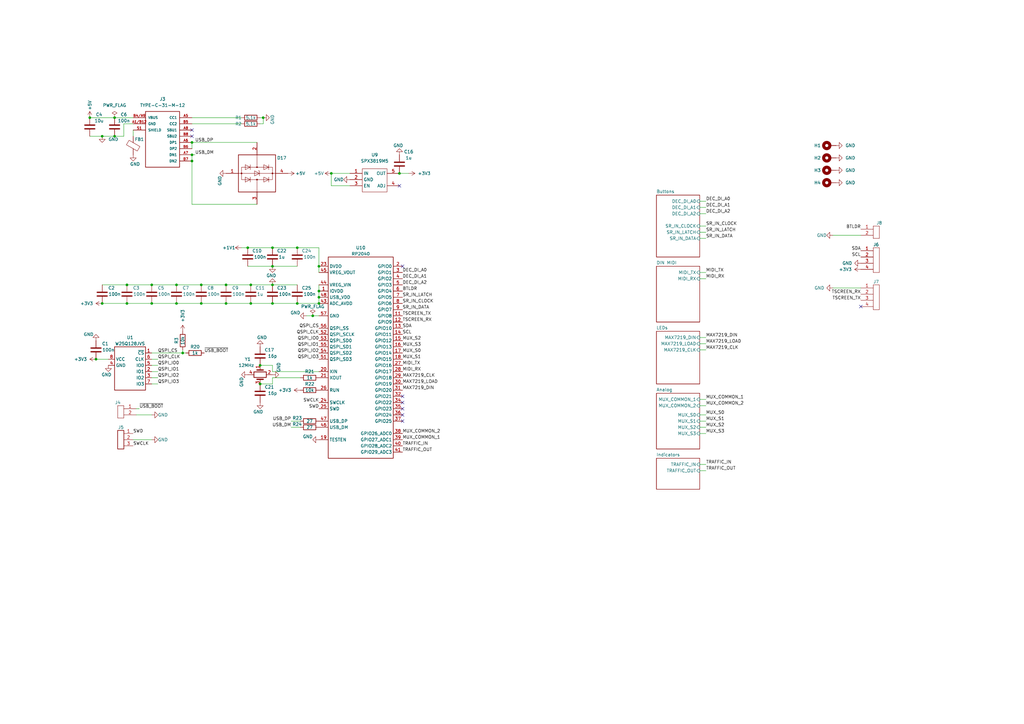
<source format=kicad_sch>
(kicad_sch (version 20211123) (generator eeschema)
  (paper "A3")
  (title_block (title "OpenDeck v2"))
  (lib_symbols
    (symbol "Connector_Generic:Conn_01x02" (pin_names (offset 1.016) hide)
      (property "Reference" "J?" (at 2.54 0.0001 0))
      (property "Value" "Conn_01x02" (at 2.54 -2.5399 0))
      (symbol "Conn_01x02_1_1"
        (rectangle (start -1.27 1.27) (end 1.27 -3.81))
        (pin passive line (at -6.35 0 0) (length 5.08) (name "Pin_1") (number "1"))
        (pin passive line (at -6.35 -2.54 0) (length 5.08) (name "Pin_2") (number "2"))
      )
    )
    (symbol "Connector_Generic:Conn_01x03" (pin_names (offset 1.016) hide)
      (property "Reference" "J?" (at 2.54 1.2701 0))
      (property "Value" "Conn_01x03" (at 2.54 -1.2699 0))
      (symbol "Conn_01x03_1_1"
        (rectangle (start -1.27 3.81) (end 1.27 -3.81) (stroke (width 0.254)))
        (pin passive line (at -5.08 2.54 0) (length 3.81) (name "Pin_1") (number "1"))
        (pin passive line (at -5.08 0 0) (length 3.81) (name "Pin_2") (number "2"))
        (pin passive line (at -5.08 -2.54 0) (length 3.81) (name "Pin_3") (number "3"))
      )
    )
    (symbol "Connector_Generic:Conn_01x04" (pin_names (offset 1.016) hide)
      (property "Reference" "J3" (at 0 11.43 0))
      (symbol "Conn_01x04_1_1"
        (rectangle (start 0 10.16) (end 2.54 0))
        (pin passive line (at -5.08 8.89 0) (length 5.08) (name "Pin_1") (number "1"))
        (pin passive line (at -5.08 6.35 0) (length 5.08) (name "Pin_2") (number "2"))
        (pin passive line (at -5.08 3.81 0) (length 5.08) (name "Pin_3") (number "3"))
        (pin passive line (at -5.08 1.27 0) (length 5.08) (name "Pin_4") (number "4"))
      )
    )
    (symbol "Device:C" (pin_numbers hide) (pin_names (offset 0.254))
      (property "Reference" "C" (at 0.635 2.54 0))
      (property "Value" "C" (at 0.635 -2.54 0))
      (symbol "C_0_1"
        (polyline (pts (xy -2.032 -0.762) (xy 2.032 -0.762)) (stroke (width 0.508)))
        (polyline (pts (xy -2.032 0.762) (xy 2.032 0.762)) (stroke (width 0.508)))
      )
      (symbol "C_1_1"
        (pin passive line (at 0 3.81 270) (length 2.794) (name "~") (number "1"))
        (pin passive line (at 0 -3.81 90) (length 2.794) (name "~") (number "2"))
      )
    )
    (symbol "Device:FerriteBead" (pin_numbers hide) (pin_names (offset 0))
      (property "Reference" "FB" (at -3.81 0.635 90))
      (property "Value" "FerriteBead" (at 3.81 0 90))
      (symbol "FerriteBead_0_1"
        (polyline (pts (xy 0 -1.27) (xy 0 -1.2192)))
        (polyline (pts (xy 0 1.27) (xy 0 1.2954)))
        (polyline (pts (xy -2.7686 0.4064) (xy -1.7018 2.2606) (xy 2.7686 -0.3048) (xy 1.6764 -2.159) (xy -2.7686 0.4064)))
      )
      (symbol "FerriteBead_1_1"
        (pin passive line (at 0 3.81 270) (length 2.54) (name "~") (number "1"))
        (pin passive line (at 0 -3.81 90) (length 2.54) (name "~") (number "2"))
      )
    )
    (symbol "Device:R" (pin_numbers hide) (pin_names (offset 0))
      (property "Reference" "R" (at 2.032 0 90))
      (property "Value" "R" (at 0 0 90))
      (symbol "R_0_1"
        (rectangle (start -1.016 -2.54) (end 1.016 2.54) (stroke (width 0.254)))
      )
      (symbol "R_1_1"
        (pin passive line (at 0 3.81 270) (length 1.27) (name "~") (number "1"))
        (pin passive line (at 0 -3.81 90) (length 1.27) (name "~") (number "2"))
      )
    )
    (symbol "Igor:12MHz" (pin_names hide)
      (property "Reference" "Y1" (at -6.35 0 0))
      (property "Value" "12MHz" (at 1.27 3.81 0))
      (symbol "12MHz_0_1"
        (rectangle (start -1.143 2.54) (end 1.143 -2.54) (stroke (width 0.3048)))
        (polyline (pts (xy -2.54 0) (xy -1.905 0)))
        (polyline (pts (xy -1.905 -1.27) (xy -1.905 1.27)) (stroke (width 0.508)))
        (polyline (pts (xy 1.905 -1.27) (xy 1.905 1.27)) (stroke (width 0.508)))
        (polyline (pts (xy 2.54 0) (xy 1.905 0)))
      )
      (symbol "12MHz_1_1"
        (pin passive line (at -3.81 0 0) (length 1.27) (name "1") (number "1"))
        (pin passive line (at 0 5.08 270) (length 2.54) (name "2") (number "2"))
        (pin passive line (at 3.81 0 180) (length 1.27) (name "3") (number "3"))
        (pin passive line (at 0 -5.08 90) (length 2.54) (name "4") (number "4"))
      )
    )
    (symbol "Igor:RP2040"
      (property "Reference" "U?" (at 12.7 86.36 0))
      (property "Value" "RP2040" (at 12.7 83.82 0))
      (symbol "RP2040_0_1"
        (rectangle (start 0 82.55) (end 26.67 0) (stroke (width 0.254)))
      )
      (symbol "RP2040_1_1"
        (pin power_in line (at -3.81 68.58 0) (length 3.81) (name "IOVDD") (number "1"))
        (pin passive line (at -3.81 68.58 0) (length 3.81) hide (name "IOVDD") (number "10"))
        (pin bidirectional line (at 30.48 58.42 180) (length 3.81) (name "GPIO8") (number "11"))
        (pin bidirectional line (at 30.48 55.88 180) (length 3.81) (name "GPIO9") (number "12"))
        (pin bidirectional line (at 30.48 53.34 180) (length 3.81) (name "GPIO10") (number "13"))
        (pin bidirectional line (at 30.48 50.8 180) (length 3.81) (name "GPIO11") (number "14"))
        (pin bidirectional line (at 30.48 48.26 180) (length 3.81) (name "GPIO12") (number "15"))
        (pin bidirectional line (at 30.48 45.72 180) (length 3.81) (name "GPIO13") (number "16"))
        (pin bidirectional line (at 30.48 43.18 180) (length 3.81) (name "GPIO14") (number "17"))
        (pin bidirectional line (at 30.48 40.64 180) (length 3.81) (name "GPIO15") (number "18"))
        (pin input line (at -3.81 7.62 0) (length 3.81) (name "TESTEN") (number "19"))
        (pin bidirectional line (at 30.48 78.74 180) (length 3.81) (name "GPIO0") (number "2"))
        (pin input line (at -3.81 35.56 0) (length 3.81) (name "XIN") (number "20"))
        (pin passive line (at -3.81 33.02 0) (length 3.81) (name "XOUT") (number "21"))
        (pin passive line (at -3.81 68.58 0) (length 3.81) hide (name "IOVDD") (number "22"))
        (pin power_in line (at -3.81 78.74 0) (length 3.81) (name "DVDD") (number "23"))
        (pin output line (at -3.81 22.86 0) (length 3.81) (name "SWCLK") (number "24"))
        (pin bidirectional line (at -3.81 20.32 0) (length 3.81) (name "SWD") (number "25"))
        (pin input line (at -3.81 27.94 0) (length 3.81) (name "RUN") (number "26"))
        (pin bidirectional line (at 30.48 38.1 180) (length 3.81) (name "GPIO16") (number "27"))
        (pin bidirectional line (at 30.48 35.56 180) (length 3.81) (name "GPIO17") (number "28"))
        (pin bidirectional line (at 30.48 33.02 180) (length 3.81) (name "GPIO18") (number "29"))
        (pin bidirectional line (at 30.48 76.2 180) (length 3.81) (name "GPIO1") (number "3"))
        (pin bidirectional line (at 30.48 30.48 180) (length 3.81) (name "GPIO19") (number "30"))
        (pin bidirectional line (at 30.48 27.94 180) (length 3.81) (name "GPIO20") (number "31"))
        (pin bidirectional line (at 30.48 25.4 180) (length 3.81) (name "GPIO21") (number "32"))
        (pin passive line (at -3.81 68.58 0) (length 3.81) hide (name "IOVDD") (number "33"))
        (pin bidirectional line (at 30.48 22.86 180) (length 3.81) (name "GPIO22") (number "34"))
        (pin bidirectional line (at 30.48 20.32 180) (length 3.81) (name "GPIO23") (number "35"))
        (pin bidirectional line (at 30.48 17.78 180) (length 3.81) (name "GPIO24") (number "36"))
        (pin bidirectional line (at 30.48 15.24 180) (length 3.81) (name "GPIO25") (number "37"))
        (pin bidirectional line (at 30.48 10.16 180) (length 3.81) (name "GPIO26_ADC0") (number "38"))
        (pin bidirectional line (at 30.48 7.62 180) (length 3.81) (name "GPIO27_ADC1") (number "39"))
        (pin bidirectional line (at 30.48 73.66 180) (length 3.81) (name "GPIO2") (number "4"))
        (pin bidirectional line (at 30.48 5.08 180) (length 3.81) (name "GPIO28_ADC2") (number "40"))
        (pin bidirectional line (at 30.48 2.54 180) (length 3.81) (name "GPIO29_ADC3") (number "41"))
        (pin passive line (at -3.81 68.58 0) (length 3.81) hide (name "IOVDD") (number "42"))
        (pin power_in line (at -3.81 63.5 0) (length 3.81) (name "ADC_AVDD") (number "43"))
        (pin power_in line (at -3.81 71.12 0) (length 3.81) (name "VREG_VIN") (number "44"))
        (pin power_out line (at -3.81 76.2 0) (length 3.81) (name "VREG_VOUT") (number "45"))
        (pin bidirectional line (at -3.81 12.7 0) (length 3.81) (name "USB_DM") (number "46"))
        (pin bidirectional line (at -3.81 15.24 0) (length 3.81) (name "USB_DP") (number "47"))
        (pin power_in line (at -3.81 66.04 0) (length 3.81) (name "USB_VDD") (number "48"))
        (pin passive line (at -3.81 68.58 0) (length 3.81) hide (name "IOVDD") (number "49"))
        (pin bidirectional line (at 30.48 71.12 180) (length 3.81) (name "GPIO3") (number "5"))
        (pin passive line (at -3.81 78.74 0) (length 3.81) hide (name "DVDD") (number "50"))
        (pin bidirectional line (at -3.81 40.64 0) (length 3.81) (name "QSPI_SD3") (number "51"))
        (pin output line (at -3.81 50.8 0) (length 3.81) (name "QSPI_SCLK") (number "52"))
        (pin bidirectional line (at -3.81 48.26 0) (length 3.81) (name "QSPI_SD0") (number "53"))
        (pin bidirectional line (at -3.81 43.18 0) (length 3.81) (name "QSPI_SD2") (number "54"))
        (pin bidirectional line (at -3.81 45.72 0) (length 3.81) (name "QSPI_SD1") (number "55"))
        (pin bidirectional line (at -3.81 53.34 0) (length 3.81) (name "QSPI_SS") (number "56"))
        (pin power_in line (at -3.81 58.42 0) (length 3.81) (name "GND") (number "57"))
        (pin bidirectional line (at 30.48 68.58 180) (length 3.81) (name "GPIO4") (number "6"))
        (pin bidirectional line (at 30.48 66.04 180) (length 3.81) (name "GPIO5") (number "7"))
        (pin bidirectional line (at 30.48 63.5 180) (length 3.81) (name "GPIO6") (number "8"))
        (pin bidirectional line (at 30.48 60.96 180) (length 3.81) (name "GPIO7") (number "9"))
      )
    )
    (symbol "Igor:SPX3819M5"
      (property "Reference" "U?" (at 5.08 13.97 0))
      (property "Value" "SPX3819M5" (at 5.08 11.43 0))
      (symbol "SPX3819M5_0_1"
        (rectangle (start 0 9.525) (end 10.16 0))
      )
      (symbol "SPX3819M5_1_1"
        (pin power_in line (at -5.08 7.62 0) (length 5.08) (name "IN") (number "1"))
        (pin power_in line (at -5.08 5.08 0) (length 5.08) (name "GND") (number "2"))
        (pin input line (at -5.08 2.54 0) (length 5.08) (name "EN") (number "3"))
        (pin input line (at 15.24 2.54 180) (length 5.08) (name "ADJ") (number "4"))
        (pin power_out line (at 15.24 7.62 180) (length 5.08) (name "OUT") (number "5"))
      )
    )
    (symbol "Igor:TYPE-C-31-M-12" (pin_names (offset 1.016))
      (property "Reference" "J" (at 6.35 25.4 0))
      (property "Value" "TYPE-C-31-M-12" (at -1.27 22.86 0))
      (symbol "TYPE-C-31-M-12_0_0"
        (rectangle (start 0 22.86) (end 13.97 0) (stroke (width 0.254)))
        (pin power_in line (at -5.08 17.78 0) (length 5.08) (name "GND") (number "A1/B12"))
        (pin power_in line (at -5.08 20.32 0) (length 5.08) hide (name "VBUS") (number "A4/B9"))
        (pin bidirectional line (at 19.05 20.32 180) (length 5.08) (name "CC1") (number "A5"))
        (pin bidirectional line (at 19.05 10.16 180) (length 5.08) (name "DP1") (number "A6"))
        (pin bidirectional line (at 19.05 5.08 180) (length 5.08) (name "DN1") (number "A7"))
        (pin bidirectional line (at 19.05 15.24 180) (length 5.08) (name "SBU1") (number "A8"))
        (pin power_in line (at -5.08 17.78 0) (length 5.08) hide (name "GND") (number "B1/A12"))
        (pin power_in line (at -5.08 20.32 0) (length 5.08) (name "VBUS") (number "B4/A9"))
        (pin bidirectional line (at 19.05 17.78 180) (length 5.08) (name "CC2") (number "B5"))
        (pin bidirectional line (at 19.05 7.62 180) (length 5.08) (name "DP2") (number "B6"))
        (pin bidirectional line (at 19.05 2.54 180) (length 5.08) (name "DN2") (number "B7"))
        (pin bidirectional line (at 19.05 12.7 180) (length 5.08) (name "SBU2") (number "B8"))
        (pin passive line (at -5.08 15.24 0) (length 5.08) (name "SHIELD") (number "S1"))
        (pin passive line (at -5.08 15.24 0) (length 5.08) hide (name "SHIELD") (number "S2"))
        (pin passive line (at -5.08 15.24 0) (length 5.08) hide (name "SHIELD") (number "S3"))
        (pin passive line (at -5.08 15.24 0) (length 5.08) hide (name "SHIELD") (number "S4"))
      )
    )
    (symbol "Igor:W25Q128JVS"
      (property "Reference" "U?" (at 6.35 21.59 0))
      (property "Value" "W25Q128JVS" (at 6.35 19.05 0))
      (symbol "W25Q128JVS_0_1"
        (rectangle (start 0 17.78) (end 12.7 0) (stroke (width 0.254)))
      )
      (symbol "W25Q128JVS_1_1"
        (pin input line (at 15.24 15.24 180) (length 2.54) (name "~{CS}") (number "1"))
        (pin bidirectional line (at 15.24 7.62 180) (length 2.54) (name "IO1") (number "2"))
        (pin bidirectional line (at 15.24 5.08 180) (length 2.54) (name "IO2") (number "3"))
        (pin power_in line (at -2.54 10.16 0) (length 2.54) (name "GND") (number "4"))
        (pin bidirectional line (at 15.24 10.16 180) (length 2.54) (name "IO0") (number "5"))
        (pin input line (at 15.24 12.7 180) (length 2.54) (name "CLK") (number "6"))
        (pin bidirectional line (at 15.24 2.54 180) (length 2.54) (name "IO3") (number "7"))
        (pin power_in line (at -2.54 12.7 0) (length 2.54) (name "VCC") (number "8"))
      )
    )
    (symbol "Mechanical:MountingHole_Pad" (pin_numbers hide) (pin_names (offset 1.016) hide)
      (property "Reference" "H" (at 0 6.35 0))
      (property "Value" "MountingHole_Pad" (at 0 4.445 0))
      (symbol "MountingHole_Pad_0_1"
        (circle (center 0 1.27) (radius 1.27) (stroke (width 1.27)))
      )
      (symbol "MountingHole_Pad_1_1"
        (pin input line (at 0 -2.54 90) (length 2.54) (name "1") (number "1"))
      )
    )
    (symbol "Power_Protection:PRTR5V0U2X" (pin_names (offset 0) hide)
      (property "Reference" "D?" (at -6.35 10.16 90))
      (symbol "PRTR5V0U2X_0_1"
        (rectangle (start -7.62 -7.62) (end 7.62 7.62) (stroke (width 0.254)))
        (circle (center -2.54 0) (radius 0.254) (fill (type outline)))
        (rectangle (start -2.54 6.35) (end 2.54 -6.35))
        (circle (center 0 -6.35) (radius 0.254) (fill (type outline)))
        (polyline (pts (xy -2.54 0) (xy -7.62 0)))
        (polyline (pts (xy -1.524 -2.794) (xy -3.556 -2.794)))
        (polyline (pts (xy -1.524 4.826) (xy -3.556 4.826)))
        (polyline (pts (xy 0 -7.62) (xy 0 7.62)))
        (polyline (pts (xy 1.524 -2.794) (xy 3.556 -2.794)))
        (polyline (pts (xy 1.524 4.826) (xy 3.556 4.826)))
        (polyline (pts (xy 2.54 0) (xy 7.62 0)))
        (polyline (pts (xy 1.016 1.016) (xy -1.016 1.016) (xy -1.016 0.508)))
        (polyline (pts (xy -3.556 -4.826) (xy -1.524 -4.826) (xy -2.54 -2.794) (xy -3.556 -4.826)))
        (polyline (pts (xy -3.556 2.794) (xy -1.524 2.794) (xy -2.54 4.826) (xy -3.556 2.794)))
        (polyline (pts (xy -1.016 -1.016) (xy 1.016 -1.016) (xy 0 1.016) (xy -1.016 -1.016)))
        (polyline (pts (xy 3.556 -4.826) (xy 1.524 -4.826) (xy 2.54 -2.794) (xy 3.556 -4.826)))
        (polyline (pts (xy 3.556 2.794) (xy 1.524 2.794) (xy 2.54 4.826) (xy 3.556 2.794)))
        (circle (center 0 6.35) (radius 0.254) (fill (type outline)))
        (circle (center 2.54 0) (radius 0.254) (fill (type outline)))
      )
      (symbol "PRTR5V0U2X_1_1"
        (pin passive line (at 0 -12.7 90) (length 5.08) (name "GND") (number "1"))
        (pin passive line (at -12.7 0 0) (length 5.08) (name "I/O1") (number "2"))
        (pin passive line (at 12.7 0 180) (length 5.08) (name "I/O2") (number "3"))
        (pin passive line (at 0 12.7 270) (length 5.08) (name "VCC") (number "4"))
      )
    )
    (symbol "power:+1V1" (power) (pin_names (offset 0))
      (property "Value" "+1V1" (at 0 3.556 0))
      (symbol "+1V1_0_1"
        (polyline (pts (xy -0.762 1.27) (xy 0 2.54)))
        (polyline (pts (xy 0 0) (xy 0 2.54)))
        (polyline (pts (xy 0 2.54) (xy 0.762 1.27)))
      )
      (symbol "+1V1_1_1"
        (pin power_in line (at 0 0 90) (length 0) hide (name "+1V1") (number "1"))
      )
    )
    (symbol "power:+3.3V" (power) (pin_names (offset 0))
      (property "Value" "+3.3V" (at 0 3.556 0))
      (symbol "+3.3V_0_1"
        (polyline (pts (xy -0.762 1.27) (xy 0 2.54)))
        (polyline (pts (xy 0 0) (xy 0 2.54)))
        (polyline (pts (xy 0 2.54) (xy 0.762 1.27)))
      )
      (symbol "+3.3V_1_1"
        (pin power_in line (at 0 0 90) (length 0) hide (name "+3V3") (number "1"))
      )
    )
    (symbol "power:+5V" (power) (pin_names (offset 0))
      (property "Value" "+5V" (at 0 3.556 0))
      (symbol "+5V_0_1"
        (polyline (pts (xy -0.762 1.27) (xy 0 2.54)))
        (polyline (pts (xy 0 0) (xy 0 2.54)))
        (polyline (pts (xy 0 2.54) (xy 0.762 1.27)))
      )
      (symbol "+5V_1_1"
        (pin power_in line (at 0 0 90) (length 0) hide (name "+5V") (number "1"))
      )
    )
    (symbol "power:GND" (power) (pin_names (offset 0))
      (property "Value" "GND" (at 0 -3.81 0))
      (symbol "GND_0_1"
        (polyline (pts (xy 0 0) (xy 0 -1.27) (xy 1.27 -1.27) (xy 0 -2.54) (xy -1.27 -1.27) (xy 0 -1.27)))
      )
      (symbol "GND_1_1"
        (pin power_in line (at 0 0 270) (length 0) hide (name "GND") (number "1"))
      )
    )
    (symbol "power:PWR_FLAG" (power) (pin_numbers hide) (pin_names (offset 0) hide)
      (property "Value" "PWR_FLAG" (at 0 3.81 0))
      (symbol "PWR_FLAG_0_0"
        (pin power_out line (at 0 0 90) (length 0) (name "pwr") (number "1"))
      )
      (symbol "PWR_FLAG_0_1"
        (polyline (pts (xy 0 0) (xy 0 1.27) (xy -1.016 1.905) (xy 0 2.54) (xy 1.016 1.905) (xy 0 1.27)))
      )
    )
  )
  (junction (at 46.99 55.88))
  (junction (at 82.55 124.46))
  (junction (at 78.74 58.42))
  (junction (at 41.91 55.88))
  (junction (at 52.07 124.46))
  (junction (at 130.81 109.22))
  (junction (at 163.83 71.12))
  (junction (at 135.89 71.12))
  (junction (at 78.74 66.04))
  (junction (at 72.39 116.84))
  (junction (at 92.71 124.46))
  (junction (at 78.74 63.5))
  (junction (at 111.76 124.46))
  (junction (at 130.81 124.46))
  (junction (at 46.99 48.26))
  (junction (at 111.76 116.84))
  (junction (at 106.68 157.48))
  (junction (at 102.87 116.84))
  (junction (at 111.76 109.22))
  (junction (at 41.91 124.46))
  (junction (at 128.27 129.54))
  (junction (at 62.23 116.84))
  (junction (at 111.76 101.6))
  (junction (at 101.6 101.6))
  (junction (at 130.81 121.92))
  (junction (at 92.71 116.84))
  (junction (at 121.92 101.6))
  (junction (at 106.68 149.86))
  (junction (at 121.92 124.46))
  (junction (at 102.87 124.46))
  (junction (at 39.37 147.32))
  (junction (at 130.81 119.38))
  (junction (at 107.95 48.26))
  (junction (at 74.93 144.78))
  (junction (at 72.39 124.46))
  (junction (at 52.07 116.84))
  (junction (at 36.83 48.26))
  (junction (at 62.23 124.46))
  (junction (at 82.55 116.84))
  (no_connect (at 165.1 170.18))
  (no_connect (at 165.1 162.56))
  (no_connect (at 78.74 53.34))
  (no_connect (at 165.1 167.64))
  (no_connect (at 165.1 172.72))
  (no_connect (at 165.1 109.22))
  (no_connect (at 165.1 165.1))
  (no_connect (at 163.83 76.2))
  (no_connect (at 353.06 125.73))
  (no_connect (at 78.74 55.88))
  (wire (pts (xy 111.76 124.46) (xy 121.92 124.46)))
  (wire (pts (xy 102.87 116.84) (xy 111.76 116.84)))
  (wire (pts (xy 111.76 149.86) (xy 106.68 149.86)))
  (wire (pts (xy 287.02 85.09) (xy 289.56 85.09)))
  (wire (pts (xy 74.93 143.51) (xy 74.93 144.78)))
  (wire (pts (xy 72.39 116.84) (xy 82.55 116.84)))
  (wire (pts (xy 62.23 149.86) (xy 64.77 149.86)))
  (wire (pts (xy 74.93 144.78) (xy 76.2 144.78)))
  (wire (pts (xy 130.81 119.38) (xy 130.81 121.92)))
  (wire (pts (xy 36.83 55.88) (xy 41.91 55.88)))
  (wire (pts (xy 62.23 152.4) (xy 64.77 152.4)))
  (wire (pts (xy 36.83 48.26) (xy 46.99 48.26)))
  (wire (pts (xy 130.81 116.84) (xy 130.81 119.38)))
  (wire (pts (xy 119.38 175.26) (xy 123.19 175.26)))
  (wire (pts (xy 121.92 101.6) (xy 130.81 101.6)))
  (wire (pts (xy 62.23 147.32) (xy 64.77 147.32)))
  (wire (pts (xy 287.02 170.18) (xy 289.56 170.18)))
  (wire (pts (xy 130.81 152.4) (xy 111.76 152.4)))
  (wire (pts (xy 78.74 58.42) (xy 78.74 60.96)))
  (wire (pts (xy 111.76 101.6) (xy 121.92 101.6)))
  (wire (pts (xy 50.8 50.8) (xy 50.8 55.88)))
  (wire (pts (xy 62.23 116.84) (xy 72.39 116.84)))
  (wire (pts (xy 52.07 116.84) (xy 62.23 116.84)))
  (wire (pts (xy 341.63 118.11) (xy 353.06 118.11)))
  (wire (pts (xy 287.02 97.79) (xy 289.56 97.79)))
  (wire (pts (xy 121.92 124.46) (xy 130.81 124.46)))
  (wire (pts (xy 99.06 101.6) (xy 101.6 101.6)))
  (wire (pts (xy 130.81 121.92) (xy 130.81 124.46)))
  (wire (pts (xy 62.23 144.78) (xy 74.93 144.78)))
  (wire (pts (xy 111.76 154.94) (xy 111.76 157.48)))
  (wire (pts (xy 287.02 138.43) (xy 289.56 138.43)))
  (wire (pts (xy 287.02 95.25) (xy 289.56 95.25)))
  (wire (pts (xy 111.76 109.22) (xy 121.92 109.22)))
  (wire (pts (xy 62.23 154.94) (xy 64.77 154.94)))
  (wire (pts (xy 119.38 172.72) (xy 123.19 172.72)))
  (wire (pts (xy 287.02 175.26) (xy 289.56 175.26)))
  (wire (pts (xy 102.87 124.46) (xy 111.76 124.46)))
  (wire (pts (xy 125.73 129.54) (xy 128.27 129.54)))
  (wire (pts (xy 39.37 147.32) (xy 44.45 147.32)))
  (wire (pts (xy 163.83 71.12) (xy 167.64 71.12)))
  (wire (pts (xy 106.68 50.8) (xy 107.95 50.8)))
  (wire (pts (xy 62.23 157.48) (xy 64.77 157.48)))
  (wire (pts (xy 62.23 180.34) (xy 54.61 180.34)))
  (wire (pts (xy 287.02 143.51) (xy 289.56 143.51)))
  (wire (pts (xy 287.02 193.04) (xy 289.56 193.04)))
  (wire (pts (xy 62.23 170.18) (xy 55.88 170.18)))
  (wire (pts (xy 46.99 48.26) (xy 54.61 48.26)))
  (wire (pts (xy 287.02 111.76) (xy 289.56 111.76)))
  (wire (pts (xy 50.8 55.88) (xy 46.99 55.88)))
  (wire (pts (xy 111.76 152.4) (xy 111.76 149.86)))
  (wire (pts (xy 135.89 71.12) (xy 143.51 71.12)))
  (wire (pts (xy 82.55 124.46) (xy 92.71 124.46)))
  (wire (pts (xy 107.95 50.8) (xy 107.95 48.26)))
  (wire (pts (xy 130.81 109.22) (xy 130.81 101.6)))
  (wire (pts (xy 287.02 177.8) (xy 289.56 177.8)))
  (wire (pts (xy 78.74 58.42) (xy 105.41 58.42)))
  (wire (pts (xy 52.07 124.46) (xy 62.23 124.46)))
  (wire (pts (xy 78.74 63.5) (xy 78.74 66.04)))
  (wire (pts (xy 287.02 190.5) (xy 289.56 190.5)))
  (wire (pts (xy 135.89 76.2) (xy 135.89 71.12)))
  (wire (pts (xy 55.88 167.64) (xy 57.15 167.64)))
  (wire (pts (xy 287.02 114.3) (xy 289.56 114.3)))
  (wire (pts (xy 54.61 50.8) (xy 50.8 50.8)))
  (wire (pts (xy 105.41 83.82) (xy 78.74 83.82)))
  (wire (pts (xy 78.74 48.26) (xy 99.06 48.26)))
  (wire (pts (xy 78.74 50.8) (xy 99.06 50.8)))
  (wire (pts (xy 78.74 63.5) (xy 80.01 63.5)))
  (wire (pts (xy 341.63 96.52) (xy 353.06 96.52)))
  (wire (pts (xy 41.91 124.46) (xy 52.07 124.46)))
  (wire (pts (xy 92.71 116.84) (xy 102.87 116.84)))
  (wire (pts (xy 41.91 116.84) (xy 52.07 116.84)))
  (wire (pts (xy 82.55 116.84) (xy 92.71 116.84)))
  (wire (pts (xy 41.91 55.88) (xy 46.99 55.88)))
  (wire (pts (xy 101.6 109.22) (xy 111.76 109.22)))
  (wire (pts (xy 72.39 124.46) (xy 82.55 124.46)))
  (wire (pts (xy 143.51 76.2) (xy 135.89 76.2)))
  (wire (pts (xy 62.23 124.46) (xy 72.39 124.46)))
  (wire (pts (xy 54.61 53.34) (xy 54.61 55.88)))
  (wire (pts (xy 287.02 140.97) (xy 289.56 140.97)))
  (wire (pts (xy 92.71 124.46) (xy 102.87 124.46)))
  (wire (pts (xy 101.6 101.6) (xy 111.76 101.6)))
  (wire (pts (xy 78.74 83.82) (xy 78.74 66.04)))
  (wire (pts (xy 106.68 157.48) (xy 111.76 157.48)))
  (wire (pts (xy 287.02 82.55) (xy 289.56 82.55)))
  (wire (pts (xy 287.02 87.63) (xy 289.56 87.63)))
  (wire (pts (xy 111.76 154.94) (xy 123.19 154.94)))
  (wire (pts (xy 287.02 163.83) (xy 289.56 163.83)))
  (wire (pts (xy 287.02 166.37) (xy 289.56 166.37)))
  (wire (pts (xy 130.81 109.22) (xy 130.81 111.76)))
  (wire (pts (xy 107.95 48.26) (xy 106.68 48.26)))
  (wire (pts (xy 287.02 172.72) (xy 289.56 172.72)))
  (wire (pts (xy 287.02 92.71) (xy 289.56 92.71)))
  (wire (pts (xy 128.27 129.54) (xy 130.81 129.54)))
  (wire (pts (xy 111.76 116.84) (xy 121.92 116.84)))
  (label "MIDI_TX" (at 165.1 149.86 0))
  (label "MUX_S3" (at 289.56 177.8 0))
  (label "SR_IN_LATCH" (at 289.56 95.25 0))
  (label "TSCREEN_TX" (at 353.06 123.19 180))
  (label "SR_IN_CLOCK" (at 165.1 124.46 0))
  (label "SWCLK" (at 130.81 165.1 180))
  (label "MUX_S0" (at 165.1 144.78 0))
  (label "MUX_S1" (at 289.56 172.72 0))
  (label "SCL" (at 165.1 137.16 0))
  (label "MUX_S2" (at 289.56 175.26 0))
  (label "QSPI_CS" (at 64.77 144.78 0))
  (label "USB_DM" (at 80.01 63.5 0))
  (label "MUX_COMMON_2" (at 289.56 166.37 0))
  (label "MAX7219_CLK" (at 289.56 143.51 0))
  (label "MUX_COMMON_1" (at 165.1 180.34 0))
  (label "MUX_S0" (at 289.56 170.18 0))
  (label "MIDI_RX" (at 165.1 152.4 0))
  (label "BTLDR" (at 353.06 93.98 180))
  (label "MAX7219_CLK" (at 165.1 154.94 0))
  (label "SDA" (at 353.06 102.87 180))
  (label "SWCLK" (at 54.61 182.88 0))
  (label "QSPI_CLK" (at 64.77 147.32 0))
  (label "TRAFFIC_OUT" (at 165.1 185.42 0))
  (label "SCL" (at 353.06 105.41 180))
  (label "DEC_DI_A0" (at 165.1 111.76 0))
  (label "QSPI_IO3" (at 130.81 147.32 180))
  (label "DEC_DI_A1" (at 165.1 114.3 0))
  (label "QSPI_IO3" (at 64.77 157.48 0))
  (label "QSPI_IO2" (at 130.81 144.78 180))
  (label "MIDI_TX" (at 289.56 111.76 0))
  (label "SWD" (at 54.61 177.8 0))
  (label "DEC_DI_A0" (at 289.56 82.55 0))
  (label "MAX7219_LOAD" (at 165.1 157.48 0))
  (label "SR_IN_DATA" (at 289.56 97.79 0))
  (label "MUX_S2" (at 165.1 139.7 0))
  (label "DEC_DI_A2" (at 289.56 87.63 0))
  (label "TSCREEN_RX" (at 353.06 120.65 180))
  (label "DEC_DI_A2" (at 165.1 116.84 0))
  (label "QSPI_IO0" (at 130.81 139.7 180))
  (label "QSPI_IO1" (at 130.81 142.24 180))
  (label "MAX7219_DIN" (at 165.1 160.02 0))
  (label "TRAFFIC_IN" (at 289.56 190.5 0))
  (label "TSCREEN_TX" (at 165.1 129.54 0))
  (label "SR_IN_CLOCK" (at 289.56 92.71 0))
  (label "MUX_COMMON_1" (at 289.56 163.83 0))
  (label "TSCREEN_RX" (at 165.1 132.08 0))
  (label "TRAFFIC_IN" (at 165.1 182.88 0))
  (label "MUX_S3" (at 165.1 142.24 0))
  (label "MUX_S1" (at 165.1 147.32 0))
  (label "TRAFFIC_OUT" (at 289.56 193.04 0))
  (label "~{USB_BOOT}" (at 83.82 144.78 0))
  (label "MAX7219_LOAD" (at 289.56 140.97 0))
  (label "DEC_DI_A1" (at 289.56 85.09 0))
  (label "MAX7219_DIN" (at 289.56 138.43 0))
  (label "MIDI_RX" (at 289.56 114.3 0))
  (label "USB_DP" (at 119.38 172.72 180))
  (label "SR_IN_LATCH" (at 165.1 121.92 0))
  (label "SDA" (at 165.1 134.62 0))
  (label "MUX_COMMON_2" (at 165.1 177.8 0))
  (label "USB_DP" (at 80.01 58.42 0))
  (label "QSPI_CLK" (at 130.81 137.16 180))
  (label "USB_DM" (at 119.38 175.26 180))
  (label "QSPI_CS" (at 130.81 134.62 180))
  (label "QSPI_IO1" (at 64.77 152.4 0))
  (label "SWD" (at 130.81 167.64 180))
  (label "QSPI_IO0" (at 64.77 149.86 0))
  (label "QSPI_IO2" (at 64.77 154.94 0))
  (label "~{USB_BOOT}" (at 57.15 167.64 0))
  (label "BTLDR" (at 165.1 119.38 0))
  (label "SR_IN_DATA" (at 165.1 127 0))
  (symbol (lib_id "Device:C") (at 62.23 120.65 180) (unit 1)
    (property "Reference" "C5" (at 66.04 118.11 0))
    (property "Value" "100n" (at 67.31 120.65 0))
    (property "Footprint" "Capacitor_SMD:C_0402_1005Metric" (effects hide))
    (property "LCSC" "C1525" (effects hide))
  )
  (symbol (lib_id "Device:R") (at 102.87 48.26 90) (unit 1)
    (property "Reference" "R1" (at 97.79 48.26 90))
    (property "Value" "5.1k" (at 102.87 48.26 90))
    (property "Footprint" "Resistor_SMD:R_0402_1005Metric" (effects hide))
    (property "LCSC" "C25905" (effects hide))
  )
  (symbol (lib_id "power:GND") (at 106.68 142.24 180) (unit 1)
    (property "Reference" "#PWR0147" (effects hide))
    (property "Value" "GND" (at 105.41 138.43 0) (effects (justify right)))
  )
  (symbol (lib_id "Device:R") (at 127 154.94 90) (unit 1)
    (property "Reference" "R21" (at 127 152.4 90))
    (property "Value" "1k" (at 127 154.94 90))
    (property "Footprint" "Resistor_SMD:R_0402_1005Metric" (effects hide))
    (property "LCSC" "C11702" (effects hide))
  )
  (symbol (lib_id "power:PWR_FLAG") (at 46.99 48.26 0) (unit 1)
    (property "Reference" "#FLG0101" (effects hide))
    (property "Value" "PWR_FLAG" (at 46.99 43.18 0))
  )
  (symbol (lib_id "Device:R") (at 74.93 139.7 0) (unit 1)
    (property "Reference" "R3" (at 72.39 139.7 90))
    (property "Value" "10k" (at 74.93 139.7 90))
    (property "Footprint" "Resistor_SMD:R_0402_1005Metric" (effects hide))
    (property "LCSC" "C25744" (effects hide))
  )
  (symbol (lib_id "power:GND") (at 62.23 180.34 90) (unit 1)
    (property "Reference" "#PWR0153" (effects hide))
    (property "Value" "GND" (at 64.77 180.34 90) (effects (justify right)))
  )
  (symbol (lib_id "power:GND") (at 130.81 180.34 270) (unit 1)
    (property "Reference" "#PWR0144" (effects hide))
    (property "Value" "GND" (at 128.27 179.07 90) (effects (justify right)))
  )
  (symbol (lib_id "Power_Protection:PRTR5V0U2X") (at 105.41 71.12 270) (unit 1)
    (property "Reference" "D17" (at 115.57 64.77 90))
    (property "Value" "PRTR5V0U2X" (effects hide))
    (property "Footprint" "Package_TO_SOT_SMD:SOT-143" (effects hide))
    (property "Datasheet" "https://assets.nexperia.com/documents/data-sheet/PRTR5V0U2X.pdf" (effects hide))
    (property "LCSC" "C2827688" (effects hide))
  )
  (symbol (lib_id "Connector_Generic:Conn_01x03") (at 49.53 180.34 0) (mirror y) (unit 1)
    (property "Reference" "J5" (at 50.8 175.26 0) (effects (justify left)))
    (property "Value" "Conn_01x03" (effects hide))
    (property "Footprint" "Connector_PinHeader_2.54mm:PinHeader_1x03_P2.54mm_Vertical" (effects hide))
  )
  (symbol (lib_id "power:GND") (at 107.95 48.26 90) (unit 1)
    (property "Reference" "#PWR0137" (effects hide))
    (property "Value" "GND" (at 111.76 46.99 0) (effects (justify right)))
  )
  (symbol (lib_id "power:+5V") (at 135.89 71.12 90) (mirror x) (unit 1)
    (property "Reference" "#PWR0105" (effects hide))
    (property "Value" "+5V" (at 130.81 71.12 90))
  )
  (symbol (lib_id "Mechanical:MountingHole_Pad") (at 340.36 74.93 90) (unit 1)
    (property "Reference" "H4" (at 335.28 74.93 90))
    (property "Value" "MountingHole_Pad" (effects hide))
    (property "Footprint" "MountingHole:MountingHole_3.2mm_M3_DIN965_Pad" (effects hide))
  )
  (symbol (lib_id "power:GND") (at 101.6 153.67 270) (unit 1)
    (property "Reference" "#PWR0149" (effects hide))
    (property "Value" "GND" (at 99.06 158.75 0) (effects (justify right)))
  )
  (symbol (lib_id "Device:R") (at 127 172.72 90) (unit 1)
    (property "Reference" "R23" (at 121.92 171.45 90))
    (property "Value" "27" (at 127 172.72 90))
    (property "Footprint" "Resistor_SMD:R_0402_1005Metric" (effects hide))
    (property "LCSC" "C25100" (effects hide))
  )
  (symbol (lib_id "power:GND") (at 106.68 165.1 0) (unit 1)
    (property "Reference" "#PWR0148" (effects hide))
    (property "Value" "GND" (at 107.95 168.91 0) (effects (justify right)))
  )
  (symbol (lib_id "power:+1V1") (at 99.06 101.6 90) (unit 1)
    (property "Reference" "#PWR0156" (effects hide))
    (property "Value" "+1V1" (at 96.52 101.5999 90) (effects (justify left)))
  )
  (symbol (lib_id "power:+3.3V") (at 74.93 135.89 0) (unit 1)
    (property "Reference" "#PWR0157" (effects hide))
    (property "Value" "+3.3V" (at 74.93 129.54 90))
  )
  (symbol (lib_id "Device:C") (at 101.6 105.41 180) (unit 1)
    (property "Reference" "C10" (at 105.41 102.87 0))
    (property "Value" "100n" (at 106.68 105.41 0))
    (property "Footprint" "Capacitor_SMD:C_0402_1005Metric" (effects hide))
    (property "LCSC" "C1525" (effects hide))
  )
  (symbol (lib_id "Device:C") (at 36.83 52.07 180) (unit 1)
    (property "Reference" "C4" (at 40.64 46.99 0))
    (property "Value" "10u" (at 40.64 49.53 0))
    (property "Footprint" "Capacitor_SMD:C_0402_1005Metric" (effects hide))
    (property "LCSC" "C15525" (effects hide))
  )
  (symbol (lib_id "power:GND") (at 111.76 153.67 90) (unit 1)
    (property "Reference" "#PWR0145" (effects hide))
    (property "Value" "GND" (at 114.3 148.59 0) (effects (justify right)))
  )
  (symbol (lib_id "power:GND") (at 44.45 149.86 0) (unit 1)
    (property "Reference" "#PWR0155" (effects hide))
    (property "Value" "GND" (at 45.72 153.67 0) (effects (justify right)))
  )
  (symbol (lib_id "Device:R") (at 127 175.26 90) (unit 1)
    (property "Reference" "R24" (at 121.92 173.99 90))
    (property "Value" "27" (at 127 175.26 90))
    (property "Footprint" "Resistor_SMD:R_0402_1005Metric" (effects hide))
    (property "LCSC" "C25100" (effects hide))
  )
  (symbol (lib_id "Mechanical:MountingHole_Pad") (at 340.36 59.69 90) (unit 1)
    (property "Reference" "H1" (at 335.28 59.69 90))
    (property "Value" "MountingHole_Pad" (effects hide))
    (property "Footprint" "MountingHole:MountingHole_3.2mm_M3_DIN965_Pad" (effects hide))
  )
  (symbol (lib_id "power:GND") (at 342.9 64.77 90) (unit 1)
    (property "Reference" "#PWR0103" (effects hide))
    (property "Value" "GND" (at 346.71 64.7699 90) (effects (justify right)))
  )
  (symbol (lib_id "Mechanical:MountingHole_Pad") (at 340.36 64.77 90) (unit 1)
    (property "Reference" "H2" (at 335.28 64.77 90))
    (property "Value" "MountingHole_Pad" (effects hide))
    (property "Footprint" "MountingHole:MountingHole_3.2mm_M3_DIN965_Pad" (effects hide))
  )
  (symbol (lib_id "power:GND") (at 341.63 96.52 270) (mirror x) (unit 1)
    (property "Reference" "#PWR0163" (effects hide))
    (property "Value" "GND" (at 339.09 96.52 90) (effects (justify right)))
  )
  (symbol (lib_id "Connector_Generic:Conn_01x02") (at 359.41 93.98 0) (unit 1)
    (property "Reference" "J8" (at 359.41 91.44 0) (effects (justify left)))
    (property "Value" "Conn_01x02" (effects hide))
    (property "Footprint" "Connector_PinHeader_2.54mm:PinHeader_1x02_P2.54mm_Vertical" (effects hide))
  )
  (symbol (lib_id "power:GND") (at 341.63 118.11 270) (unit 1)
    (property "Reference" "#PWR0160" (effects hide))
    (property "Value" "GND" (at 334.01 118.11 90) (effects (justify left)))
  )
  (symbol (lib_id "power:+3.3V") (at 39.37 147.32 90) (unit 1)
    (property "Reference" "#PWR0141" (effects hide))
    (property "Value" "+3.3V" (at 33.02 147.32 90))
  )
  (symbol (lib_id "Connector_Generic:Conn_01x04") (at 358.14 111.76 0) (unit 1)
    (property "Reference" "J6" (at 358.14 100.33 0) (effects (justify left)))
    (property "Value" "Conn_01x04" (effects hide))
    (property "Footprint" "Connector_PinHeader_2.54mm:PinHeader_1x04_P2.54mm_Vertical" (effects hide))
  )
  (symbol (lib_id "Device:C") (at 111.76 105.41 180) (unit 1)
    (property "Reference" "C22" (at 115.57 102.87 0))
    (property "Value" "1u" (at 115.57 105.41 0))
    (property "Footprint" "Capacitor_SMD:C_0402_1005Metric" (effects hide))
    (property "LCSC" "C52923" (effects hide))
  )
  (symbol (lib_id "power:GND") (at 143.51 73.66 270) (unit 1)
    (property "Reference" "#PWR0133" (effects hide))
    (property "Value" "GND" (at 140.97 73.66 90) (effects (justify right)))
  )
  (symbol (lib_id "power:+3.3V") (at 123.19 160.02 90) (unit 1)
    (property "Reference" "#PWR0146" (effects hide))
    (property "Value" "+3.3V" (at 116.84 160.02 90))
  )
  (symbol (lib_id "Device:R") (at 102.87 50.8 90) (unit 1)
    (property "Reference" "R2" (at 97.79 50.8 90))
    (property "Value" "5.1k" (at 102.87 50.8 90))
    (property "Footprint" "Resistor_SMD:R_0402_1005Metric" (effects hide))
    (property "LCSC" "C25905" (effects hide))
  )
  (symbol (lib_id "Device:C") (at 72.39 120.65 180) (unit 1)
    (property "Reference" "C7" (at 76.2 118.11 0))
    (property "Value" "100n" (at 77.47 120.65 0))
    (property "Footprint" "Capacitor_SMD:C_0402_1005Metric" (effects hide))
    (property "LCSC" "C1525" (effects hide))
  )
  (symbol (lib_id "Device:C") (at 41.91 120.65 180) (unit 1)
    (property "Reference" "C2" (at 45.72 118.11 0))
    (property "Value" "100n" (at 46.99 120.65 0))
    (property "Footprint" "Capacitor_SMD:C_0402_1005Metric" (effects hide))
    (property "LCSC" "C1525" (effects hide))
  )
  (symbol (lib_id "Device:C") (at 39.37 143.51 180) (unit 1)
    (property "Reference" "C1" (at 43.18 140.97 0))
    (property "Value" "100n" (at 44.45 143.51 0))
    (property "Footprint" "Capacitor_SMD:C_0402_1005Metric" (effects hide))
    (property "LCSC" "C1525" (effects hide))
  )
  (symbol (lib_id "power:+5V") (at 118.11 71.12 270) (mirror x) (unit 1)
    (property "Reference" "#PWR0138" (effects hide))
    (property "Value" "+5V" (at 123.19 71.12 90))
  )
  (symbol (lib_id "power:GND") (at 342.9 59.69 90) (unit 1)
    (property "Reference" "#PWR0101" (effects hide))
    (property "Value" "GND" (at 346.71 59.6899 90) (effects (justify right)))
  )
  (symbol (lib_id "power:GND") (at 41.91 55.88 0) (unit 1)
    (property "Reference" "#PWR0136" (effects hide))
    (property "Value" "GND" (at 44.45 57.1499 0) (effects (justify left)))
  )
  (symbol (lib_id "power:GND") (at 125.73 129.54 270) (unit 1)
    (property "Reference" "#PWR0152" (effects hide))
    (property "Value" "GND" (at 123.19 128.27 90) (effects (justify right)))
  )
  (symbol (lib_id "Device:R") (at 80.01 144.78 90) (unit 1)
    (property "Reference" "R20" (at 80.01 142.24 90))
    (property "Value" "1k" (at 80.01 144.78 90))
    (property "Footprint" "Resistor_SMD:R_0402_1005Metric" (effects hide))
    (property "LCSC" "C11702" (effects hide))
  )
  (symbol (lib_id "power:GND") (at 342.9 74.93 90) (unit 1)
    (property "Reference" "#PWR0104" (effects hide))
    (property "Value" "GND" (at 346.71 74.9299 90) (effects (justify right)))
  )
  (symbol (lib_id "power:+3.3V") (at 41.91 124.46 90) (unit 1)
    (property "Reference" "#PWR0142" (effects hide))
    (property "Value" "+3.3V" (at 35.56 124.46 90))
  )
  (symbol (lib_id "Igor:12MHz") (at 106.68 153.67 270) (unit 1)
    (property "Reference" "Y1" (at 100.33 147.32 90) (effects (justify left)))
    (property "Value" "12MHz" (at 97.79 149.86 90) (effects (justify left)))
    (property "Footprint" "Crystal:Crystal_SMD_2520-4Pin_2.5x2.0mm" (effects hide))
    (property "LCSC" "C254355" (effects hide))
  )
  (symbol (lib_id "Igor:W25Q128JVS") (at 46.99 160.02 0) (unit 1)
    (property "Reference" "U1" (at 53.34 138.43 0))
    (property "Value" "W25Q128JVS" (at 53.34 140.97 0))
    (property "Footprint" "Package_SO:SOIC-8_5.23x5.23mm_P1.27mm" (effects hide))
    (property "LCSC" "C97521" (effects hide))
  )
  (symbol (lib_id "Device:C") (at 106.68 161.29 180) (unit 1)
    (property "Reference" "C21" (at 110.49 158.75 0))
    (property "Value" "16p" (at 111.76 161.29 0))
    (property "Footprint" "Capacitor_SMD:C_0402_1005Metric" (effects hide))
    (property "LCSC" "C161307" (effects hide))
  )
  (symbol (lib_id "power:PWR_FLAG") (at 128.27 129.54 0) (unit 1)
    (property "Reference" "#FLG0102" (effects hide))
    (property "Value" "PWR_FLAG" (at 128.27 125.73 0))
  )
  (symbol (lib_id "power:+5V") (at 36.83 48.26 0) (mirror y) (unit 1)
    (property "Reference" "#PWR0135" (effects hide))
    (property "Value" "+5V" (at 36.83 43.18 90))
  )
  (symbol (lib_id "Device:R") (at 127 160.02 90) (unit 1)
    (property "Reference" "R22" (at 127 157.48 90))
    (property "Value" "10k" (at 127 160.02 90))
    (property "Footprint" "Resistor_SMD:R_0402_1005Metric" (effects hide))
    (property "LCSC" "C25744" (effects hide))
  )
  (symbol (lib_id "Device:C") (at 106.68 146.05 180) (unit 1)
    (property "Reference" "C17" (at 110.49 143.51 0))
    (property "Value" "16p" (at 111.76 146.05 0))
    (property "Footprint" "Capacitor_SMD:C_0402_1005Metric" (effects hide))
    (property "LCSC" "C161307" (effects hide))
  )
  (symbol (lib_id "power:GND") (at 111.76 109.22 0) (unit 1)
    (property "Reference" "#PWR0151" (effects hide))
    (property "Value" "GND" (effects hide))
  )
  (symbol (lib_id "Device:C") (at 111.76 120.65 180) (unit 1)
    (property "Reference" "C23" (at 115.57 118.11 0))
    (property "Value" "100n" (at 116.84 120.65 0))
    (property "Footprint" "Capacitor_SMD:C_0402_1005Metric" (effects hide))
    (property "LCSC" "C1525" (effects hide))
  )
  (symbol (lib_id "power:GND") (at 54.61 63.5 0) (unit 1)
    (property "Reference" "#PWR0139" (effects hide))
    (property "Value" "GND" (at 53.34 67.31 0) (effects (justify left)))
  )
  (symbol (lib_id "power:GND") (at 39.37 139.7 180) (unit 1)
    (property "Reference" "#PWR0143" (effects hide))
    (property "Value" "GND" (at 34.29 137.16 0) (effects (justify right)))
  )
  (symbol (lib_id "power:GND") (at 62.23 170.18 90) (unit 1)
    (property "Reference" "#PWR0154" (effects hide))
    (property "Value" "GND" (at 64.77 170.18 90) (effects (justify right)))
  )
  (symbol (lib_id "power:GND") (at 163.83 63.5 180) (unit 1)
    (property "Reference" "#PWR0134" (effects hide))
    (property "Value" "GND" (at 161.29 59.69 0) (effects (justify right)))
  )
  (symbol (lib_id "power:GND") (at 353.06 107.95 270) (unit 1)
    (property "Reference" "#PWR0158" (effects hide))
    (property "Value" "GND" (at 345.44 107.95 90) (effects (justify left)))
  )
  (symbol (lib_id "power:GND") (at 92.71 71.12 270) (unit 1)
    (property "Reference" "#PWR0140" (effects hide))
    (property "Value" "GND" (at 90.17 76.2 0) (effects (justify right)))
  )
  (symbol (lib_id "Connector_Generic:Conn_01x02") (at 49.53 167.64 0) (mirror y) (unit 1)
    (property "Reference" "J4" (at 49.53 165.1 0) (effects (justify left)))
    (property "Value" "Conn_01x02" (effects hide))
    (property "Footprint" "Connector_PinHeader_2.54mm:PinHeader_1x02_P2.54mm_Vertical" (effects hide))
  )
  (symbol (lib_id "Device:C") (at 82.55 120.65 180) (unit 1)
    (property "Reference" "C8" (at 86.36 118.11 0))
    (property "Value" "100n" (at 87.63 120.65 0))
    (property "Footprint" "Capacitor_SMD:C_0402_1005Metric" (effects hide))
    (property "LCSC" "C1525" (effects hide))
  )
  (symbol (lib_id "Igor:TYPE-C-31-M-12") (at 59.69 68.58 0) (unit 1)
    (property "Reference" "J3" (at 66.675 40.64 0))
    (property "Value" "TYPE-C-31-M-12" (at 66.675 43.18 0))
    (property "Footprint" "Igor:TYPE-C-31-M-12" (effects hide))
    (property "PARTREV" "2020.12.08" (effects hide))
    (property "MAXIMUM_PACKAGE_HEIGHT" "3.26 mm" (effects hide))
    (property "SNAPEDA_PN" "TYPE-C-31-M-12" (effects hide))
    (property "MANUFACTURER" "HRO Electronics Co., Ltd." (effects hide))
    (property "LCSC" "C165948" (effects hide))
  )
  (symbol (lib_id "power:GND") (at 342.9 69.85 90) (unit 1)
    (property "Reference" "#PWR0102" (effects hide))
    (property "Value" "GND" (at 346.71 69.8499 90) (effects (justify right)))
  )
  (symbol (lib_id "Device:C") (at 46.99 52.07 180) (unit 1)
    (property "Reference" "C6" (at 50.8 46.99 0))
    (property "Value" "100n" (at 50.8 49.53 0))
    (property "Footprint" "Capacitor_SMD:C_0402_1005Metric" (effects hide))
    (property "LCSC" "C1525" (effects hide))
  )
  (symbol (lib_id "power:+3.3V") (at 353.06 110.49 90) (unit 1)
    (property "Reference" "#PWR0159" (effects hide))
    (property "Value" "+3.3V" (at 346.71 110.49 90))
  )
  (symbol (lib_id "Igor:RP2040") (at 134.62 187.96 0) (unit 1)
    (property "Reference" "U10" (at 147.955 101.6 0))
    (property "Value" "RP2040" (at 147.955 104.14 0))
    (property "Footprint" "Package_DFN_QFN:QFN-56-1EP_7x7mm_P0.4mm_EP3.2x3.2mm" (effects hide))
    (property "LCSC" "C2040" (effects hide))
  )
  (symbol (lib_id "Device:C") (at 163.83 67.31 0) (unit 1)
    (property "Reference" "C16" (at 167.64 62.23 0))
    (property "Value" "1u" (at 167.64 64.77 0))
    (property "Footprint" "Capacitor_SMD:C_0402_1005Metric" (effects hide))
    (property "LCSC" "C52923" (effects hide))
  )
  (symbol (lib_id "Device:C") (at 121.92 105.41 180) (unit 1)
    (property "Reference" "C24" (at 125.73 102.87 0))
    (property "Value" "100n" (at 127 105.41 0))
    (property "Footprint" "Capacitor_SMD:C_0402_1005Metric" (effects hide))
    (property "LCSC" "C1525" (effects hide))
  )
  (symbol (lib_id "power:GND") (at 111.76 116.84 180) (unit 1)
    (property "Reference" "#PWR0150" (effects hide))
    (property "Value" "GND" (at 109.22 113.03 0) (effects (justify right)))
  )
  (symbol (lib_id "Igor:SPX3819M5") (at 148.59 78.74 0) (unit 1)
    (property "Reference" "U9" (at 153.67 63.5 0))
    (property "Value" "SPX3819M5" (at 153.67 66.04 0))
    (property "Footprint" "Package_TO_SOT_SMD:SOT-23-5" (effects hide))
    (property "LCSC" "C9055" (effects hide))
  )
  (symbol (lib_id "Device:C") (at 52.07 120.65 180) (unit 1)
    (property "Reference" "C3" (at 55.88 118.11 0))
    (property "Value" "100n" (at 57.15 120.65 0))
    (property "Footprint" "Capacitor_SMD:C_0402_1005Metric" (effects hide))
    (property "LCSC" "C1525" (effects hide))
  )
  (symbol (lib_id "Connector_Generic:Conn_01x04") (at 358.14 127 0) (unit 1)
    (property "Reference" "J7" (at 358.14 115.57 0) (effects (justify left)))
    (property "Value" "Conn_01x04" (effects hide))
    (property "Footprint" "Connector_PinHeader_2.54mm:PinHeader_1x04_P2.54mm_Vertical" (effects hide))
  )
  (symbol (lib_id "Device:FerriteBead") (at 54.61 59.69 180) (unit 1)
    (property "Reference" "FB1" (at 57.15 57.15 0))
    (property "Value" "FerriteBead" (effects hide))
    (property "Footprint" "Resistor_SMD:R_0805_2012Metric" (effects hide))
    (property "LCSC" "C85840" (effects hide))
  )
  (symbol (lib_id "Device:C") (at 121.92 120.65 180) (unit 1)
    (property "Reference" "C25" (at 125.73 118.11 0))
    (property "Value" "100n" (at 127 120.65 0))
    (property "Footprint" "Capacitor_SMD:C_0402_1005Metric" (effects hide))
    (property "LCSC" "C1525" (effects hide))
  )
  (symbol (lib_id "Mechanical:MountingHole_Pad") (at 340.36 69.85 90) (unit 1)
    (property "Reference" "H3" (at 335.28 69.85 90))
    (property "Value" "MountingHole_Pad" (effects hide))
    (property "Footprint" "MountingHole:MountingHole_3.2mm_M3_DIN965_Pad" (effects hide))
  )
  (symbol (lib_id "power:+3.3V") (at 167.64 71.12 270) (unit 1)
    (property "Reference" "#PWR0171" (effects hide))
    (property "Value" "+3.3V" (at 173.99 71.12 90))
  )
  (symbol (lib_id "Device:C") (at 92.71 120.65 180) (unit 1)
    (property "Reference" "C9" (at 96.52 118.11 0))
    (property "Value" "100n" (at 97.79 120.65 0))
    (property "Footprint" "Capacitor_SMD:C_0402_1005Metric" (effects hide))
    (property "LCSC" "C1525" (effects hide))
  )
  (symbol (lib_id "Device:C") (at 102.87 120.65 180) (unit 1)
    (property "Reference" "C11" (at 106.68 118.11 0))
    (property "Value" "1u" (at 106.68 120.65 0))
    (property "Footprint" "Capacitor_SMD:C_0402_1005Metric" (effects hide))
    (property "LCSC" "C52923" (effects hide))
  )
  (sheet (at 269.24 187.96) (size 17.78 12.7) (stroke (width 0.1524))
    (property "Sheet name" "Indicators" (at 269.24 187.2484 0) (effects (justify left bottom)))
    (property "Sheet file" "Indicators.kicad_sch" (effects hide))
    (pin "TRAFFIC_IN" input (at 287.02 190.5 0))
    (pin "TRAFFIC_OUT" input (at 287.02 193.04 0))
  )
  (sheet (at 269.24 135.89) (size 17.78 21.59) (stroke (width 0.1524))
    (property "Sheet name" "LEDs" (at 269.24 135.1784 0) (effects (justify left bottom)))
    (property "Sheet file" "LEDs.kicad_sch" (effects hide))
    (pin "MAX7219_CLK" input (at 287.02 143.51 0))
    (pin "MAX7219_LOAD" input (at 287.02 140.97 0))
    (pin "MAX7219_DIN" input (at 287.02 138.43 0))
  )
  (sheet (at 269.24 161.29) (size 17.78 22.86) (stroke (width 0.1524))
    (property "Sheet name" "Analog" (at 269.24 160.5784 0) (effects (justify left bottom)))
    (property "Sheet file" "Analog.kicad_sch" (effects hide))
    (pin "MUX_COMMON_2" input (at 287.02 166.37 0))
    (pin "MUX_COMMON_1" input (at 287.02 163.83 0))
    (pin "MUX_S2" input (at 287.02 175.26 0))
    (pin "MUX_S3" input (at 287.02 177.8 0))
    (pin "MUX_S0" input (at 287.02 170.18 0))
    (pin "MUX_S1" input (at 287.02 172.72 0))
  )
  (sheet (at 269.24 80.01) (size 17.78 25.4) (stroke (width 0.1524))
    (property "Sheet name" "Buttons" (at 269.24 79.2984 0) (effects (justify left bottom)))
    (property "Sheet file" "Buttons.kicad_sch" (effects hide))
    (pin "SR_IN_LATCH" input (at 287.02 95.25 0))
    (pin "SR_IN_CLOCK" input (at 287.02 92.71 0))
    (pin "SR_IN_DATA" input (at 287.02 97.79 0))
    (pin "DEC_DI_A0" input (at 287.02 82.55 0))
    (pin "DEC_DI_A1" input (at 287.02 85.09 0))
    (pin "DEC_DI_A2" input (at 287.02 87.63 0))
  )
  (sheet (at 269.24 109.22) (size 17.78 22.86) (stroke (width 0.1524))
    (property "Sheet name" "DIN MIDI" (at 269.24 108.5084 0) (effects (justify left bottom)))
    (property "Sheet file" "DIN_MIDI.kicad_sch" (effects hide))
    (pin "MIDI_RX" input (at 287.02 114.3 0))
    (pin "MIDI_TX" input (at 287.02 111.76 0))
  )
)
</source>
